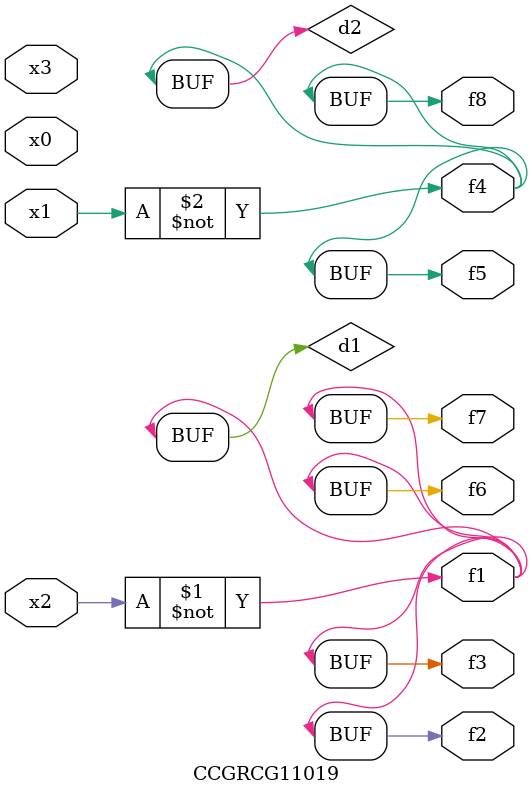
<source format=v>
module CCGRCG11019(
	input x0, x1, x2, x3,
	output f1, f2, f3, f4, f5, f6, f7, f8
);

	wire d1, d2;

	xnor (d1, x2);
	not (d2, x1);
	assign f1 = d1;
	assign f2 = d1;
	assign f3 = d1;
	assign f4 = d2;
	assign f5 = d2;
	assign f6 = d1;
	assign f7 = d1;
	assign f8 = d2;
endmodule

</source>
